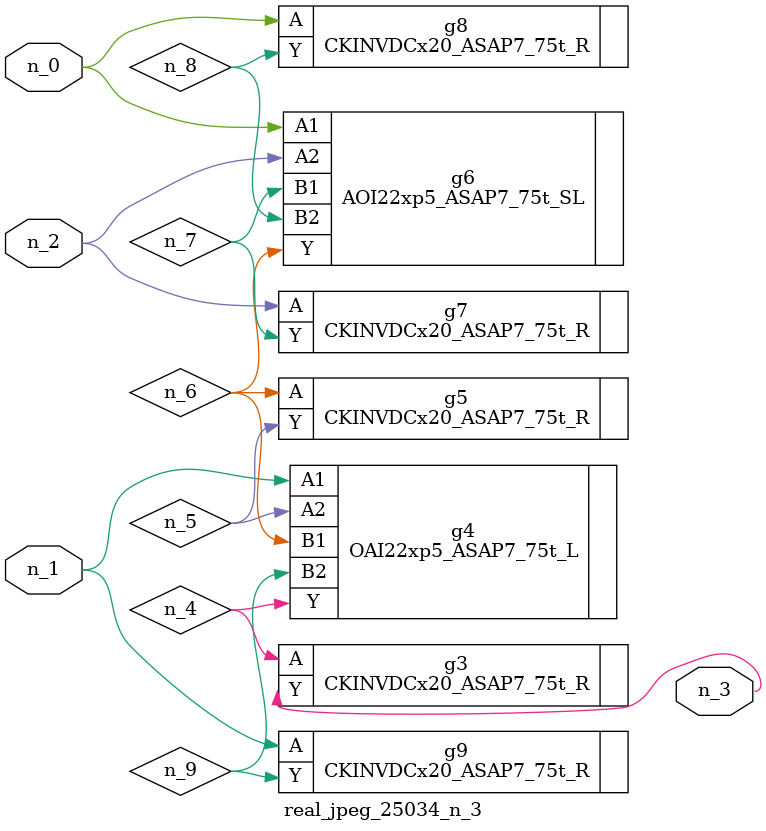
<source format=v>
module real_jpeg_25034_n_3 (n_1, n_0, n_2, n_3);

input n_1;
input n_0;
input n_2;

output n_3;

wire n_5;
wire n_8;
wire n_4;
wire n_6;
wire n_7;
wire n_9;

AOI22xp5_ASAP7_75t_SL g6 ( 
.A1(n_0),
.A2(n_2),
.B1(n_7),
.B2(n_8),
.Y(n_6)
);

CKINVDCx20_ASAP7_75t_R g8 ( 
.A(n_0),
.Y(n_8)
);

OAI22xp5_ASAP7_75t_L g4 ( 
.A1(n_1),
.A2(n_5),
.B1(n_6),
.B2(n_9),
.Y(n_4)
);

CKINVDCx20_ASAP7_75t_R g9 ( 
.A(n_1),
.Y(n_9)
);

CKINVDCx20_ASAP7_75t_R g7 ( 
.A(n_2),
.Y(n_7)
);

CKINVDCx20_ASAP7_75t_R g3 ( 
.A(n_4),
.Y(n_3)
);

CKINVDCx20_ASAP7_75t_R g5 ( 
.A(n_6),
.Y(n_5)
);


endmodule
</source>
